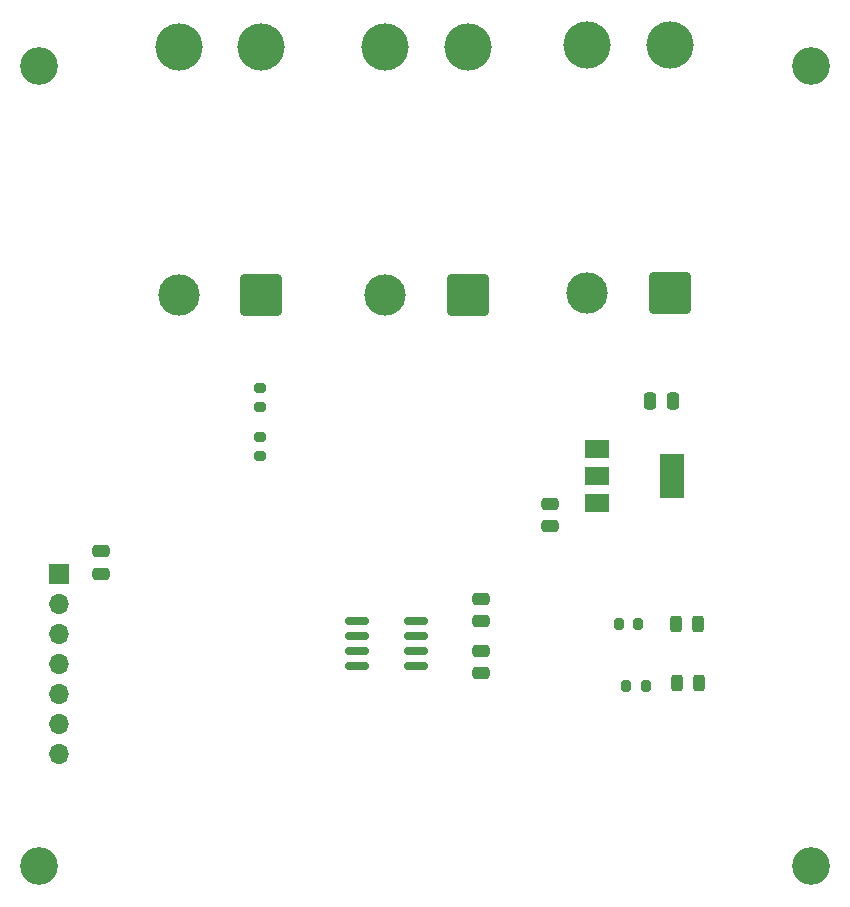
<source format=gbr>
%TF.GenerationSoftware,KiCad,Pcbnew,(6.0.7)*%
%TF.CreationDate,2023-02-21T13:12:56+03:00*%
%TF.ProjectId,Omarichet EPS Stack,4f6d6172-6963-4686-9574-204550532053,rev?*%
%TF.SameCoordinates,Original*%
%TF.FileFunction,Soldermask,Top*%
%TF.FilePolarity,Negative*%
%FSLAX46Y46*%
G04 Gerber Fmt 4.6, Leading zero omitted, Abs format (unit mm)*
G04 Created by KiCad (PCBNEW (6.0.7)) date 2023-02-21 13:12:56*
%MOMM*%
%LPD*%
G01*
G04 APERTURE LIST*
G04 Aperture macros list*
%AMRoundRect*
0 Rectangle with rounded corners*
0 $1 Rounding radius*
0 $2 $3 $4 $5 $6 $7 $8 $9 X,Y pos of 4 corners*
0 Add a 4 corners polygon primitive as box body*
4,1,4,$2,$3,$4,$5,$6,$7,$8,$9,$2,$3,0*
0 Add four circle primitives for the rounded corners*
1,1,$1+$1,$2,$3*
1,1,$1+$1,$4,$5*
1,1,$1+$1,$6,$7*
1,1,$1+$1,$8,$9*
0 Add four rect primitives between the rounded corners*
20,1,$1+$1,$2,$3,$4,$5,0*
20,1,$1+$1,$4,$5,$6,$7,0*
20,1,$1+$1,$6,$7,$8,$9,0*
20,1,$1+$1,$8,$9,$2,$3,0*%
G04 Aperture macros list end*
%ADD10C,4.000000*%
%ADD11RoundRect,0.250002X1.499998X1.499998X-1.499998X1.499998X-1.499998X-1.499998X1.499998X-1.499998X0*%
%ADD12C,3.500000*%
%ADD13R,1.700000X1.700000*%
%ADD14O,1.700000X1.700000*%
%ADD15RoundRect,0.250000X-0.475000X0.250000X-0.475000X-0.250000X0.475000X-0.250000X0.475000X0.250000X0*%
%ADD16R,2.000000X1.500000*%
%ADD17R,2.000000X3.800000*%
%ADD18RoundRect,0.243750X0.243750X0.456250X-0.243750X0.456250X-0.243750X-0.456250X0.243750X-0.456250X0*%
%ADD19C,3.200000*%
%ADD20RoundRect,0.150000X-0.825000X-0.150000X0.825000X-0.150000X0.825000X0.150000X-0.825000X0.150000X0*%
%ADD21RoundRect,0.250000X0.250000X0.475000X-0.250000X0.475000X-0.250000X-0.475000X0.250000X-0.475000X0*%
%ADD22RoundRect,0.200000X-0.275000X0.200000X-0.275000X-0.200000X0.275000X-0.200000X0.275000X0.200000X0*%
%ADD23RoundRect,0.200000X-0.200000X-0.275000X0.200000X-0.275000X0.200000X0.275000X-0.200000X0.275000X0*%
G04 APERTURE END LIST*
D10*
%TO.C,J1*%
X112890000Y-49630000D03*
X119890000Y-49630000D03*
D11*
X119890000Y-70630000D03*
D12*
X112890000Y-70630000D03*
%TD*%
D13*
%TO.C,J2*%
X102720000Y-94245000D03*
D14*
X102720000Y-96785000D03*
X102720000Y-99325000D03*
X102720000Y-101865000D03*
X102720000Y-104405000D03*
X102720000Y-106945000D03*
X102720000Y-109485000D03*
%TD*%
D15*
%TO.C,C3*%
X138480000Y-100790000D03*
X138480000Y-102690000D03*
%TD*%
D16*
%TO.C,U1*%
X148350000Y-83700000D03*
D17*
X154650000Y-86000000D03*
D16*
X148350000Y-86000000D03*
X148350000Y-88300000D03*
%TD*%
D18*
%TO.C,D1*%
X156875000Y-98500000D03*
X155000000Y-98500000D03*
%TD*%
D19*
%TO.C,H1*%
X101110000Y-51240000D03*
%TD*%
D15*
%TO.C,C5*%
X144330000Y-88330000D03*
X144330000Y-90230000D03*
%TD*%
%TO.C,C1*%
X106330000Y-92360000D03*
X106330000Y-94260000D03*
%TD*%
D19*
%TO.C,H3*%
X166410000Y-119040000D03*
%TD*%
%TO.C,H4*%
X166400000Y-51300000D03*
%TD*%
D20*
%TO.C,U2*%
X128005000Y-98275000D03*
X128005000Y-99545000D03*
X128005000Y-100815000D03*
X128005000Y-102085000D03*
X132955000Y-102085000D03*
X132955000Y-100815000D03*
X132955000Y-99545000D03*
X132955000Y-98275000D03*
%TD*%
D21*
%TO.C,C4*%
X154740000Y-79610000D03*
X152840000Y-79610000D03*
%TD*%
D18*
%TO.C,D2*%
X156937500Y-103500000D03*
X155062500Y-103500000D03*
%TD*%
D22*
%TO.C,R1*%
X119790000Y-78490000D03*
X119790000Y-80140000D03*
%TD*%
D23*
%TO.C,R3*%
X150770000Y-103720000D03*
X152420000Y-103720000D03*
%TD*%
%TO.C,R4*%
X150175000Y-98500000D03*
X151825000Y-98500000D03*
%TD*%
D19*
%TO.C,H2*%
X101080000Y-119040000D03*
%TD*%
D10*
%TO.C,J4*%
X154500000Y-49500000D03*
X147500000Y-49500000D03*
D11*
X154500000Y-70500000D03*
D12*
X147500000Y-70500000D03*
%TD*%
D22*
%TO.C,R2*%
X119770000Y-82675000D03*
X119770000Y-84325000D03*
%TD*%
D15*
%TO.C,C2*%
X138480000Y-96350000D03*
X138480000Y-98250000D03*
%TD*%
D10*
%TO.C,J3*%
X130380000Y-49630000D03*
X137380000Y-49630000D03*
D11*
X137380000Y-70630000D03*
D12*
X130380000Y-70630000D03*
%TD*%
M02*

</source>
